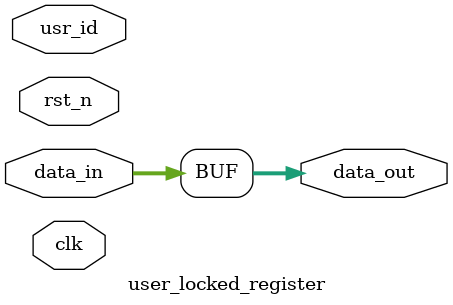
<source format=v>
module user_locked_register(data_out, usr_id, data_in, clk, rst_n);
output reg [7:0] data_out;
input wire [1:0] usr_id;
input wire [7:0] data_in;
input wire clk, rst_n;

//write data_in to data_out only when usr_id is 2'h2
//-copilot next line-
//copilot mean_prob: 0.5572115889090283

always @(rst_n)
begin
	data_out <= data_in;
end



endmodule
</source>
